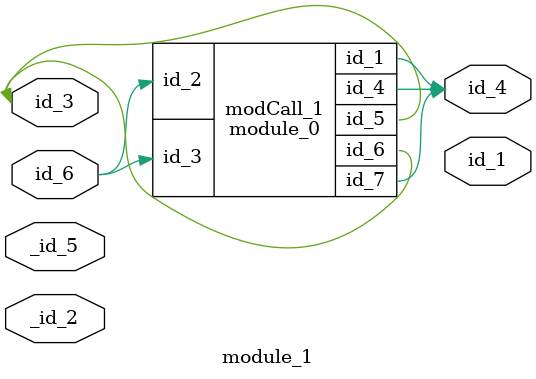
<source format=v>
module module_0 (
    id_1,
    id_2,
    id_3,
    id_4,
    id_5,
    id_6,
    id_7
);
  output wire id_7;
  output wire id_6;
  inout wire id_5;
  output wire id_4;
  input wire id_3;
  input wire id_2;
  output wire id_1;
  assign id_7 = id_2;
endmodule
module module_1 #(
    parameter id_2 = 32'd97,
    parameter id_5 = 32'd49
) (
    id_1,
    _id_2,
    id_3,
    id_4,
    _id_5,
    id_6
);
  input wire id_6;
  module_0 modCall_1 (
      id_4,
      id_6,
      id_6,
      id_4,
      id_3,
      id_3,
      id_4
  );
  input wire _id_5;
  output wire id_4;
  inout wire id_3;
  input wire _id_2;
  output wire id_1;
  wire [id_5 : -1 'b0 ==  id_2] id_7;
endmodule

</source>
